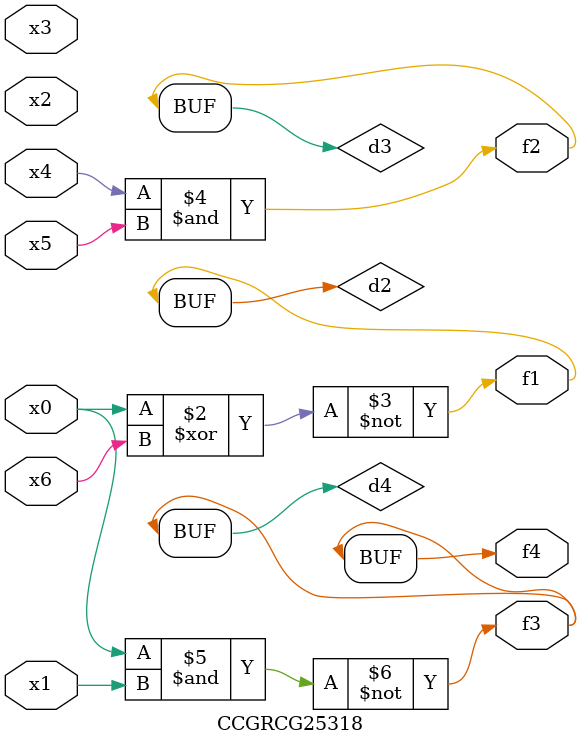
<source format=v>
module CCGRCG25318(
	input x0, x1, x2, x3, x4, x5, x6,
	output f1, f2, f3, f4
);

	wire d1, d2, d3, d4;

	nor (d1, x0);
	xnor (d2, x0, x6);
	and (d3, x4, x5);
	nand (d4, x0, x1);
	assign f1 = d2;
	assign f2 = d3;
	assign f3 = d4;
	assign f4 = d4;
endmodule

</source>
